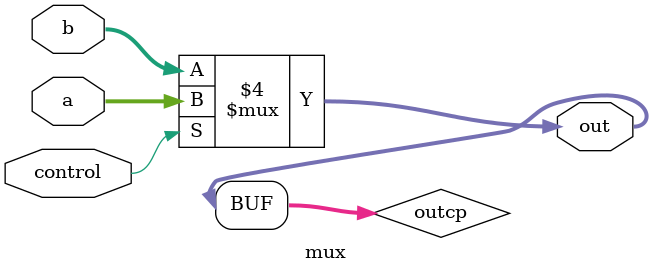
<source format=v>
module mux(a, b, control, out); //32 Bit Mux

input [31:0]a, b;
input control;
output [31:0]out;

reg [31:0]outcp;

always @(control,a,b)
begin

	if (control == 1) begin
		outcp = a;
	end
	else begin
		outcp = b;
	end

end

assign out = outcp;

endmodule
</source>
